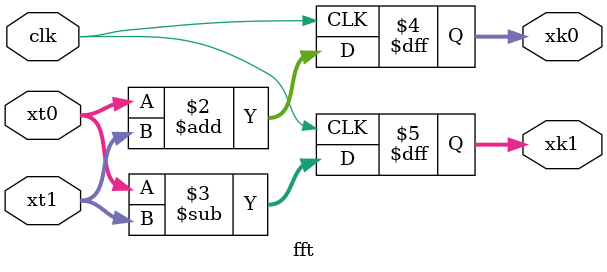
<source format=v>

module fft(
    input signed [7:0] xt0, xt1,     // input signal
    input clk,                       // clock
    output reg signed [8:0] xk0, xk1 // output signal
);

    // implement a 2-point butterfly FFT
    always @(posedge clk)
    begin : fft
        xk0 <= xt0 + xt1;
        xk1 <= xt0 - xt1;
    end
    
endmodule

</source>
